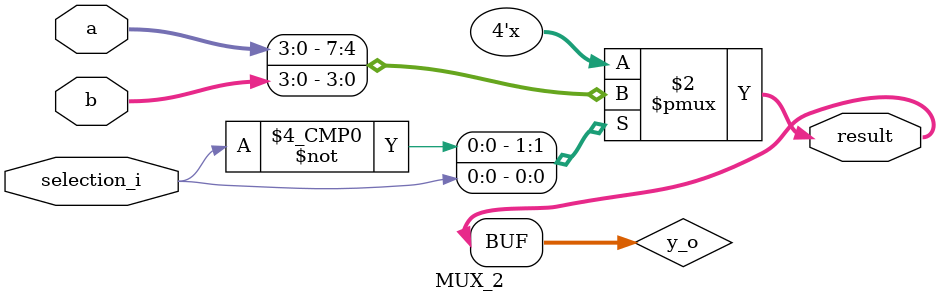
<source format=sv>
module MUX_2 #(parameter N=4) (
	input [N-1:0] a, b, 
	input  selection_i, 
	output [N-1:0] result);
	
	logic [N-1:0] y_o;
	always_comb
	case(selection_i)
		1'b0:   y_o = a ;
		1'b1:   y_o = b ;
		
		
		default: y_o = 4'bz;
	endcase
	
	assign result = y_o;
	 
endmodule

</source>
